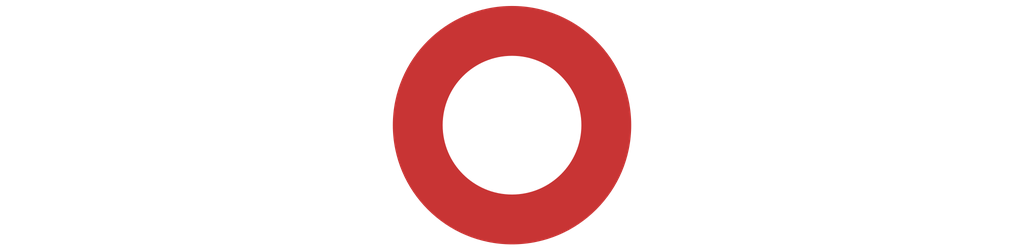
<source format=kicad_pcb>
(kicad_pcb (version 20240108) (generator pcbnew)
  (layers (0 "F.Cu" signal) (31 "B.Cu" signal) (34 "B.Paste" user) (35 "F.Paste" user) (36 "B.SilkS" user "B.Silkscreen") (37 "F.SilkS" user "F.Silkscreen") (38 "B.Mask" user) (39 "F.Mask" user) (44 "Edge.Cuts" user))
  (net 0 "")
  (footprint "MountingHole_6.4mm_M6_DIN965_Pad_TopBottom" (layer "F.Cu") (at 0 0)
    (property "Reference" "REF**")
    (property "Value" "MountingHole_6.4mm_M6_DIN965_Pad_TopBottom")
    (pad "1" thru_hole circle (at 0 0) (size 6.8 6.8) (drill 6.4) (layers *.Cu *.Mask) (remove_unused_layers))
    (pad "1" connect circle (at 0 0) (size 11 11) (layers "F.Cu" "F.Mask"))
  )
)
</source>
